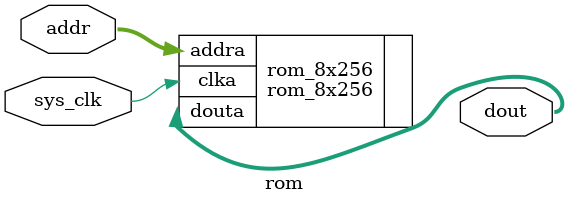
<source format=v>


module rom(
    input   wire    sys_clk,
    input   wire    [7:0] addr,
    output  wire    [7:0] dout
    );

rom_8x256 rom_8x256 (
  .clka     (sys_clk),    // input wire clka
  .addra    (addr),  // input wire [7 : 0] addra
  .douta    (dout)  // output wire [7 : 0] douta
);



endmodule

</source>
